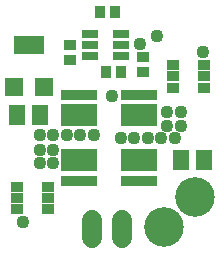
<source format=gts>
G75*
%MOIN*%
%OFA0B0*%
%FSLAX25Y25*%
%IPPOS*%
%LPD*%
%AMOC8*
5,1,8,0,0,1.08239X$1,22.5*
%
%ADD10C,0.13198*%
%ADD11R,0.05718X0.06506*%
%ADD12R,0.05403X0.03041*%
%ADD13R,0.04143X0.03356*%
%ADD14R,0.03356X0.04143*%
%ADD15R,0.06112X0.06112*%
%ADD16R,0.10443X0.06112*%
%ADD17R,0.12411X0.07293*%
%ADD18R,0.12411X0.03750*%
%ADD19C,0.05906*%
%ADD20C,0.06506*%
%ADD21R,0.04498X0.03317*%
%ADD22C,0.03762*%
%ADD23C,0.04362*%
D10*
X0068550Y0020172D03*
X0078803Y0030425D03*
D11*
X0019510Y0057500D03*
X0026990Y0057500D03*
X0081740Y0042500D03*
X0074260Y0042500D03*
D12*
X0043843Y0084740D03*
X0043843Y0081000D03*
X0043843Y0077260D03*
X0054157Y0077260D03*
X0054157Y0084740D03*
X0054157Y0081000D03*
D13*
X0061500Y0071941D03*
X0061500Y0077059D03*
X0037000Y0081059D03*
X0037000Y0075941D03*
D14*
X0048941Y0072000D03*
X0054059Y0072000D03*
X0046941Y0092000D03*
X0052059Y0092000D03*
D15*
X0018579Y0067020D03*
X0028421Y0067020D03*
D16*
X0023500Y0080799D03*
D17*
X0040000Y0057441D03*
X0040000Y0042559D03*
X0060000Y0057441D03*
X0060000Y0042559D03*
D18*
X0040000Y0064331D03*
X0040000Y0035669D03*
X0060000Y0064331D03*
X0060000Y0035669D03*
D19*
X0054500Y0022453D02*
X0054500Y0016547D01*
X0044500Y0016547D02*
X0044500Y0022453D01*
D20*
X0054500Y0022453D02*
X0054500Y0016547D01*
X0044500Y0016547D02*
X0044500Y0022453D01*
D21*
X0019382Y0033740D03*
X0019382Y0030000D03*
X0019382Y0026260D03*
X0029618Y0026260D03*
X0029618Y0030000D03*
X0029618Y0033740D03*
X0081618Y0066760D03*
X0081618Y0070500D03*
X0081618Y0074240D03*
X0071382Y0074240D03*
X0071382Y0070500D03*
X0071382Y0066760D03*
D22*
X0060500Y0081400D03*
X0051000Y0064000D03*
X0066000Y0084000D03*
X0081500Y0078500D03*
X0021500Y0022000D03*
X0027000Y0051000D03*
X0031500Y0051000D03*
X0036000Y0051000D03*
X0040500Y0051000D03*
X0045000Y0051000D03*
X0027000Y0046000D03*
X0031500Y0046000D03*
X0027000Y0041500D03*
X0031500Y0041500D03*
X0054000Y0050000D03*
X0058500Y0050000D03*
X0063000Y0050000D03*
X0067500Y0050000D03*
X0072000Y0050000D03*
X0074000Y0054000D03*
X0069500Y0054000D03*
X0069500Y0058500D03*
X0074000Y0058500D03*
D23*
X0060500Y0081400D03*
X0051000Y0064000D03*
X0066000Y0084000D03*
X0081500Y0078500D03*
X0021500Y0022000D03*
X0027000Y0051000D03*
X0031500Y0051000D03*
X0036000Y0051000D03*
X0040500Y0051000D03*
X0045000Y0051000D03*
X0027000Y0046000D03*
X0031500Y0046000D03*
X0027000Y0041500D03*
X0031500Y0041500D03*
X0054000Y0050000D03*
X0058500Y0050000D03*
X0063000Y0050000D03*
X0067500Y0050000D03*
X0072000Y0050000D03*
X0074000Y0054000D03*
X0069500Y0054000D03*
X0069500Y0058500D03*
X0074000Y0058500D03*
M02*

</source>
